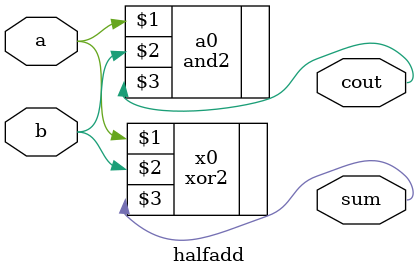
<source format=v>
module halfadd(input wire a, b, output wire sum, cout);

 xor2 x0(a,b,sum);
    
 and2 a0(a,b,cout);
  
endmodule

</source>
